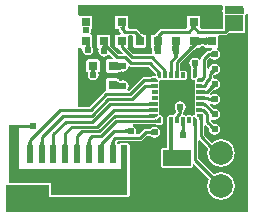
<source format=gtl>
G04 Layer_Physical_Order=1*
G04 Layer_Color=255*
%FSLAX25Y25*%
%MOIN*%
G70*
G01*
G75*
%ADD10R,0.04724X0.07087*%
%ADD11R,0.02362X0.06102*%
%ADD12R,0.02362X0.06102*%
%ADD13R,0.03150X0.03150*%
%ADD14R,0.01181X0.01181*%
%ADD15R,0.01968X0.01181*%
%ADD16R,0.01181X0.01968*%
%ADD17C,0.07874*%
%ADD18R,0.06299X0.05512*%
%ADD19C,0.01000*%
%ADD20C,0.02000*%
%ADD21R,0.06294X0.03019*%
%ADD22R,0.36011X0.03947*%
%ADD23R,0.07500X0.07050*%
%ADD24R,0.01180X0.09550*%
%ADD25R,0.09170X0.05430*%
%ADD26R,0.05000X0.02500*%
%ADD27R,0.22025X0.04710*%
%ADD28R,0.03510X0.14840*%
%ADD29R,0.02360X0.10732*%
%ADD30R,0.25730X0.08687*%
%ADD31C,0.02400*%
G36*
X58509Y32479D02*
X57491D01*
X57493Y32484D01*
X57494Y32500D01*
X57497Y32562D01*
X57500Y33000D01*
X58500D01*
X58509Y32479D01*
D02*
G37*
G36*
X51504Y33094D02*
X50913Y32504D01*
X49535D01*
Y32533D01*
X49508Y32545D01*
X49458Y32557D01*
X49388Y32567D01*
X49188Y32582D01*
X48548Y32594D01*
Y33595D01*
X48738Y33595D01*
X49508Y33644D01*
X49535Y33656D01*
Y33685D01*
X51504D01*
Y33094D01*
D02*
G37*
G36*
X69661Y35051D02*
X69750Y34976D01*
X69840Y34911D01*
X69930Y34854D01*
X70021Y34806D01*
X70113Y34767D01*
X70206Y34737D01*
X70299Y34716D01*
X70393Y34703D01*
X70488Y34700D01*
X69300Y33512D01*
X69297Y33607D01*
X69284Y33701D01*
X69263Y33794D01*
X69233Y33887D01*
X69194Y33979D01*
X69146Y34070D01*
X69089Y34160D01*
X69024Y34250D01*
X68949Y34339D01*
X68866Y34427D01*
X69573Y35134D01*
X69661Y35051D01*
D02*
G37*
G36*
X52685Y30535D02*
X51504D01*
Y30601D01*
X51477Y30639D01*
X51427Y30677D01*
X51357Y30709D01*
X51267Y30737D01*
X51157Y30760D01*
X51027Y30777D01*
X50707Y30797D01*
X50517Y30800D01*
Y31800D01*
X50707Y31799D01*
X51427Y31753D01*
X51477Y31738D01*
X51504Y31723D01*
Y31913D01*
X52095Y32504D01*
X52685D01*
Y30535D01*
D02*
G37*
G36*
X64496Y31913D02*
Y30535D01*
X64467D01*
X64455Y30508D01*
X64443Y30458D01*
X64433Y30388D01*
X64418Y30188D01*
X64406Y29548D01*
X63406D01*
X63405Y29738D01*
X63356Y30508D01*
X63344Y30535D01*
X63315D01*
Y32504D01*
X63906D01*
X64496Y31913D01*
D02*
G37*
G36*
X60531Y30538D02*
X60518Y30508D01*
X60506Y30458D01*
X60496Y30388D01*
X60481Y30188D01*
X60469Y29548D01*
X59469D01*
X59468Y29738D01*
X59419Y30508D01*
X59406Y30538D01*
X59391Y30548D01*
X60546D01*
X60531Y30538D01*
D02*
G37*
G36*
X66465Y32504D02*
X66435D01*
X66424Y32477D01*
X66412Y32427D01*
X66402Y32357D01*
X66386Y32157D01*
X66374Y31517D01*
X65374D01*
X65373Y31707D01*
X65324Y32477D01*
X65312Y32504D01*
X65087D01*
X64496Y33094D01*
Y33685D01*
X66465D01*
Y32504D01*
D02*
G37*
G36*
X69643Y37660D02*
X69573Y37725D01*
X69498Y37782D01*
X69417Y37833D01*
X69330Y37878D01*
X69238Y37915D01*
X69140Y37946D01*
X69036Y37969D01*
X68926Y37986D01*
X68810Y37997D01*
X68689Y38000D01*
Y39000D01*
X68810Y39003D01*
X68926Y39014D01*
X69036Y39031D01*
X69140Y39054D01*
X69238Y39085D01*
X69330Y39122D01*
X69417Y39167D01*
X69498Y39218D01*
X69573Y39275D01*
X69643Y39340D01*
Y37660D01*
D02*
G37*
G36*
X66462Y39563D02*
X66492Y39550D01*
X66542Y39538D01*
X66612Y39528D01*
X66812Y39512D01*
X67452Y39500D01*
Y38500D01*
X67262Y38499D01*
X66492Y38450D01*
X66462Y38437D01*
X66452Y38422D01*
Y39578D01*
X66462Y39563D01*
D02*
G37*
G36*
Y41531D02*
X66492Y41518D01*
X66542Y41506D01*
X66612Y41496D01*
X66812Y41481D01*
X67452Y41469D01*
Y40468D01*
X67262Y40468D01*
X66492Y40419D01*
X66462Y40406D01*
X66452Y40391D01*
Y41546D01*
X66462Y41531D01*
D02*
G37*
G36*
X66445Y37545D02*
X66461Y37542D01*
X66487Y37540D01*
X66630Y37534D01*
X66969Y37532D01*
Y36531D01*
X66440Y36515D01*
Y37548D01*
X66445Y37545D01*
D02*
G37*
G36*
X59775Y35074D02*
X59718Y34998D01*
X59667Y34917D01*
X59622Y34830D01*
X59585Y34738D01*
X59554Y34640D01*
X59531Y34536D01*
X59514Y34426D01*
X59503Y34310D01*
X59500Y34189D01*
X58500D01*
X58497Y34310D01*
X58486Y34426D01*
X58469Y34536D01*
X58446Y34640D01*
X58415Y34738D01*
X58378Y34830D01*
X58333Y34917D01*
X58282Y34998D01*
X58225Y35074D01*
X58160Y35143D01*
X59840D01*
X59775Y35074D01*
D02*
G37*
G36*
X49548Y34485D02*
X49538Y34500D01*
X49508Y34513D01*
X49458Y34525D01*
X49388Y34535D01*
X49188Y34551D01*
X48548Y34563D01*
Y35563D01*
X48738Y35564D01*
X49508Y35613D01*
X49538Y35626D01*
X49548Y35641D01*
Y34485D01*
D02*
G37*
G36*
Y36454D02*
X49538Y36458D01*
X49508Y36462D01*
X49458Y36465D01*
X48548Y36476D01*
Y37476D01*
X48738Y37477D01*
X49388Y37524D01*
X49458Y37541D01*
X49508Y37561D01*
X49538Y37584D01*
X49548Y37609D01*
Y36454D01*
D02*
G37*
G36*
X29139Y24102D02*
X29154Y23930D01*
X29179Y23778D01*
X29214Y23646D01*
X29259Y23535D01*
X29314Y23444D01*
X29379Y23373D01*
X29454Y23323D01*
X29539Y23292D01*
X29634Y23282D01*
X27634D01*
X27729Y23292D01*
X27814Y23323D01*
X27889Y23373D01*
X27954Y23444D01*
X28009Y23535D01*
X28054Y23646D01*
X28089Y23778D01*
X28114Y23930D01*
X28129Y24102D01*
X28134Y24294D01*
X29134D01*
X29139Y24102D01*
D02*
G37*
G36*
X37013D02*
X37028Y23930D01*
X37053Y23778D01*
X37088Y23646D01*
X37133Y23535D01*
X37188Y23444D01*
X37253Y23373D01*
X37328Y23323D01*
X37413Y23292D01*
X37508Y23282D01*
X35508D01*
X35603Y23292D01*
X35688Y23323D01*
X35763Y23373D01*
X35828Y23444D01*
X35883Y23535D01*
X35928Y23646D01*
X35963Y23778D01*
X35988Y23930D01*
X36003Y24102D01*
X36008Y24294D01*
X37008D01*
X37013Y24102D01*
D02*
G37*
G36*
X21264Y24102D02*
X21279Y23930D01*
X21304Y23778D01*
X21339Y23646D01*
X21384Y23535D01*
X21439Y23444D01*
X21504Y23373D01*
X21579Y23323D01*
X21664Y23292D01*
X21759Y23282D01*
X19759D01*
X19854Y23292D01*
X19939Y23323D01*
X20014Y23373D01*
X20079Y23444D01*
X20134Y23535D01*
X20179Y23646D01*
X20214Y23778D01*
X20239Y23930D01*
X20254Y24102D01*
X20259Y24294D01*
X21259D01*
X21264Y24102D01*
D02*
G37*
G36*
X25202Y24102D02*
X25217Y23930D01*
X25242Y23778D01*
X25277Y23646D01*
X25322Y23535D01*
X25377Y23444D01*
X25442Y23373D01*
X25517Y23323D01*
X25602Y23292D01*
X25697Y23282D01*
X23697D01*
X23792Y23292D01*
X23877Y23323D01*
X23952Y23373D01*
X24017Y23444D01*
X24072Y23535D01*
X24117Y23646D01*
X24152Y23778D01*
X24177Y23930D01*
X24192Y24102D01*
X24197Y24294D01*
X25197D01*
X25202Y24102D01*
D02*
G37*
G36*
X69684Y13311D02*
X69814Y13203D01*
X69939Y13113D01*
X70059Y13043D01*
X70174Y12991D01*
X70284Y12958D01*
X70390Y12944D01*
X70491Y12949D01*
X70588Y12973D01*
X70679Y13016D01*
X69265Y11602D01*
X69308Y11693D01*
X69332Y11789D01*
X69337Y11891D01*
X69323Y11997D01*
X69290Y12107D01*
X69238Y12222D01*
X69168Y12342D01*
X69078Y12467D01*
X68970Y12597D01*
X68843Y12731D01*
X69550Y13438D01*
X69684Y13311D01*
D02*
G37*
G36*
X69056Y23665D02*
X69183Y23559D01*
X69304Y23474D01*
X69419Y23409D01*
X69527Y23365D01*
X69629Y23341D01*
X69725Y23338D01*
X69814Y23356D01*
X69898Y23393D01*
X69974Y23452D01*
X68909Y21759D01*
X68931Y21857D01*
X68936Y21959D01*
X68925Y22066D01*
X68897Y22176D01*
X68852Y22290D01*
X68790Y22409D01*
X68712Y22531D01*
X68617Y22657D01*
X68506Y22788D01*
X68378Y22922D01*
X68922Y23792D01*
X69056Y23665D01*
D02*
G37*
G36*
X17328Y24102D02*
X17343Y23930D01*
X17368Y23778D01*
X17403Y23646D01*
X17448Y23535D01*
X17503Y23444D01*
X17568Y23373D01*
X17643Y23323D01*
X17728Y23292D01*
X17823Y23282D01*
X15823D01*
X15918Y23292D01*
X16003Y23323D01*
X16078Y23373D01*
X16143Y23444D01*
X16198Y23535D01*
X16243Y23646D01*
X16278Y23778D01*
X16303Y23930D01*
X16318Y24102D01*
X16323Y24294D01*
X17323D01*
X17328Y24102D01*
D02*
G37*
G36*
X60472Y28203D02*
X60482Y28088D01*
X60500Y27979D01*
X60524Y27875D01*
X60556Y27777D01*
X60594Y27686D01*
X60639Y27600D01*
X60692Y27520D01*
X60751Y27447D01*
X60817Y27379D01*
X59138Y27335D01*
X59201Y27406D01*
X59257Y27482D01*
X59306Y27565D01*
X59350Y27652D01*
X59386Y27746D01*
X59416Y27845D01*
X59439Y27949D01*
X59455Y28059D01*
X59465Y28175D01*
X59469Y28296D01*
X60469Y28325D01*
X60472Y28203D01*
D02*
G37*
G36*
X69661Y30051D02*
X69750Y29976D01*
X69840Y29911D01*
X69930Y29854D01*
X70021Y29806D01*
X70113Y29767D01*
X70206Y29737D01*
X70299Y29716D01*
X70393Y29703D01*
X70488Y29700D01*
X69300Y28512D01*
X69297Y28607D01*
X69284Y28701D01*
X69263Y28794D01*
X69233Y28887D01*
X69194Y28979D01*
X69146Y29070D01*
X69089Y29160D01*
X69024Y29250D01*
X68949Y29339D01*
X68866Y29427D01*
X69573Y30134D01*
X69661Y30051D01*
D02*
G37*
G36*
X9143Y28660D02*
X9074Y28725D01*
X8998Y28782D01*
X8917Y28833D01*
X8830Y28878D01*
X8738Y28915D01*
X8640Y28946D01*
X8536Y28969D01*
X8426Y28986D01*
X8310Y28997D01*
X8189Y29000D01*
Y30000D01*
X8310Y30003D01*
X8426Y30014D01*
X8536Y30031D01*
X8640Y30054D01*
X8738Y30085D01*
X8830Y30122D01*
X8917Y30167D01*
X8998Y30218D01*
X9074Y30275D01*
X9143Y30340D01*
Y28660D01*
D02*
G37*
G36*
X41643Y27160D02*
X41574Y27225D01*
X41498Y27282D01*
X41417Y27333D01*
X41330Y27378D01*
X41238Y27415D01*
X41140Y27446D01*
X41036Y27469D01*
X40926Y27486D01*
X40810Y27497D01*
X40689Y27500D01*
Y28500D01*
X40810Y28503D01*
X40926Y28514D01*
X41036Y28531D01*
X41140Y28554D01*
X41238Y28585D01*
X41330Y28622D01*
X41417Y28667D01*
X41498Y28718D01*
X41574Y28775D01*
X41643Y28840D01*
Y27160D01*
D02*
G37*
G36*
X9453Y24104D02*
X9468Y23932D01*
X9493Y23780D01*
X9528Y23649D01*
X9573Y23537D01*
X9628Y23446D01*
X9693Y23375D01*
X9768Y23325D01*
X9853Y23294D01*
X9948Y23284D01*
X7948D01*
X8043Y23294D01*
X8128Y23325D01*
X8203Y23375D01*
X8268Y23446D01*
X8323Y23537D01*
X8368Y23649D01*
X8403Y23780D01*
X8428Y23932D01*
X8443Y24104D01*
X8448Y24296D01*
X9448D01*
X9453Y24104D01*
D02*
G37*
G36*
X13390Y24104D02*
X13405Y23932D01*
X13430Y23780D01*
X13465Y23649D01*
X13510Y23537D01*
X13565Y23446D01*
X13630Y23375D01*
X13705Y23325D01*
X13790Y23294D01*
X13885Y23284D01*
X11885D01*
X11980Y23294D01*
X12065Y23325D01*
X12140Y23375D01*
X12205Y23446D01*
X12260Y23537D01*
X12305Y23649D01*
X12340Y23780D01*
X12365Y23932D01*
X12380Y24104D01*
X12385Y24296D01*
X13385D01*
X13390Y24104D01*
D02*
G37*
G36*
X49643Y26660D02*
X49573Y26725D01*
X49498Y26782D01*
X49417Y26833D01*
X49330Y26878D01*
X49238Y26915D01*
X49140Y26946D01*
X49036Y26969D01*
X48926Y26986D01*
X48810Y26997D01*
X48689Y27000D01*
Y28000D01*
X48810Y28003D01*
X48926Y28014D01*
X49036Y28031D01*
X49140Y28054D01*
X49238Y28085D01*
X49330Y28122D01*
X49417Y28167D01*
X49498Y28218D01*
X49573Y28275D01*
X49643Y28340D01*
Y26660D01*
D02*
G37*
G36*
X58955Y56271D02*
X58860Y56217D01*
X58775Y56128D01*
X58702Y56002D01*
X58640Y55841D01*
X58590Y55645D01*
X58551Y55412D01*
X58522Y55144D01*
X58500Y54500D01*
X56500D01*
X56494Y54840D01*
X56449Y55412D01*
X56410Y55645D01*
X56360Y55841D01*
X56298Y56002D01*
X56225Y56128D01*
X56140Y56217D01*
X56045Y56271D01*
X55938Y56289D01*
X59062D01*
X58955Y56271D01*
D02*
G37*
G36*
X28754Y56672D02*
X28765Y56556D01*
X28782Y56446D01*
X28805Y56342D01*
X28822Y56289D01*
X29062D01*
X29003Y56279D01*
X28950Y56249D01*
X28903Y56199D01*
X28875Y56149D01*
X28918Y56065D01*
X28969Y55984D01*
X29026Y55909D01*
X29091Y55839D01*
X28786D01*
X28779Y55799D01*
X28763Y55649D01*
X28751Y55289D01*
X27751D01*
X27746Y55479D01*
X27731Y55649D01*
X27706Y55799D01*
X27695Y55839D01*
X27411D01*
X27476Y55909D01*
X27533Y55984D01*
X27584Y56065D01*
X27596Y56088D01*
X27571Y56129D01*
X27506Y56199D01*
X27431Y56249D01*
X27346Y56279D01*
X27251Y56289D01*
X27680D01*
X27697Y56342D01*
X27720Y56446D01*
X27737Y56556D01*
X27748Y56672D01*
X27751Y56793D01*
X28751D01*
X28754Y56672D01*
D02*
G37*
G36*
X34034Y56289D02*
X35062D01*
X35042Y56282D01*
X35039Y56260D01*
X35052Y56225D01*
X35083Y56175D01*
X35131Y56112D01*
X35278Y55942D01*
X35626Y55581D01*
X34211D01*
X34200Y55593D01*
X34251Y55512D01*
X34308Y55436D01*
X34373Y55367D01*
X34035D01*
X34033Y55289D01*
X33033D01*
X33031Y55367D01*
X32693D01*
X32758Y55436D01*
X32815Y55512D01*
X32866Y55593D01*
X32911Y55680D01*
X32948Y55772D01*
X32973Y55853D01*
X32953Y55929D01*
X32908Y56039D01*
X32853Y56129D01*
X32788Y56199D01*
X32713Y56249D01*
X32628Y56279D01*
X32533Y56289D01*
X33032D01*
X33033Y56321D01*
X34033D01*
X34034Y56289D01*
D02*
G37*
G36*
X52955Y56271D02*
X52860Y56217D01*
X52775Y56128D01*
X52702Y56002D01*
X52640Y55841D01*
X52590Y55645D01*
X52551Y55412D01*
X52522Y55144D01*
X52500Y54500D01*
X50500D01*
X50494Y54840D01*
X50449Y55412D01*
X50410Y55645D01*
X50360Y55841D01*
X50298Y56002D01*
X50225Y56128D01*
X50140Y56217D01*
X50045Y56271D01*
X49938Y56289D01*
X53062D01*
X52955Y56271D01*
D02*
G37*
G36*
X64681Y49678D02*
X64623Y49603D01*
X64572Y49522D01*
X64528Y49435D01*
X64490Y49342D01*
X64460Y49244D01*
X64436Y49140D01*
X64419Y49030D01*
X64409Y48915D01*
X64406Y48794D01*
X63406D01*
X63402Y48915D01*
X63392Y49030D01*
X63375Y49140D01*
X63351Y49244D01*
X63320Y49342D01*
X63283Y49435D01*
X63239Y49522D01*
X63188Y49603D01*
X63130Y49678D01*
X63065Y49747D01*
X64745D01*
X64681Y49678D01*
D02*
G37*
G36*
X69643Y52660D02*
X69573Y52725D01*
X69498Y52782D01*
X69417Y52833D01*
X69330Y52878D01*
X69238Y52915D01*
X69140Y52946D01*
X69036Y52969D01*
X68926Y52986D01*
X68810Y52997D01*
X68689Y53000D01*
Y54000D01*
X68810Y54003D01*
X68926Y54014D01*
X69036Y54031D01*
X69140Y54054D01*
X69238Y54085D01*
X69330Y54122D01*
X69417Y54167D01*
X69498Y54218D01*
X69573Y54275D01*
X69643Y54340D01*
Y52660D01*
D02*
G37*
G36*
X58243Y53816D02*
X58192Y53726D01*
X58147Y53630D01*
X58108Y53526D01*
X58093Y53477D01*
X58127D01*
X58103Y53456D01*
X58081Y53423D01*
X58072Y53401D01*
X58048Y53299D01*
X58027Y53175D01*
X58012Y53044D01*
X58000Y52763D01*
X57000D01*
X56997Y52907D01*
X56973Y53175D01*
X56952Y53299D01*
X56928Y53401D01*
X56919Y53423D01*
X56897Y53456D01*
X56873Y53477D01*
X56907D01*
X56892Y53526D01*
X56853Y53630D01*
X56808Y53726D01*
X56757Y53816D01*
X56700Y53900D01*
X58300D01*
X58243Y53816D01*
D02*
G37*
G36*
X81664Y67047D02*
Y1013D01*
X1013D01*
Y9823D01*
X1481Y10001D01*
X1940Y9811D01*
X15251D01*
Y6513D01*
X15441Y6054D01*
X15900Y5864D01*
X41630D01*
X42089Y6054D01*
X42279Y6513D01*
Y15200D01*
Y17250D01*
X42276Y17258D01*
Y23307D01*
X42086Y23766D01*
X41627Y23956D01*
X39264D01*
X38805Y23766D01*
X38748Y23627D01*
X38206D01*
X38149Y23766D01*
X38018Y23821D01*
X37955Y24132D01*
X38343Y24578D01*
X45700D01*
X45700Y24578D01*
X46129Y24664D01*
X46493Y24907D01*
X47965Y26378D01*
X48609D01*
X48671Y26351D01*
X48773Y26348D01*
X48847Y26341D01*
X48913Y26331D01*
X48970Y26318D01*
X49019Y26303D01*
X49061Y26286D01*
X49096Y26268D01*
X49127Y26249D01*
X49154Y26228D01*
X49201Y26184D01*
X49265Y26160D01*
X49798Y25804D01*
X50500Y25665D01*
X51202Y25804D01*
X51798Y26202D01*
X52196Y26798D01*
X52335Y27500D01*
X52196Y28202D01*
X51798Y28798D01*
X51202Y29196D01*
X50500Y29335D01*
X49798Y29196D01*
X49265Y28839D01*
X49201Y28816D01*
X49154Y28772D01*
X49127Y28751D01*
X49096Y28732D01*
X49061Y28714D01*
X49019Y28697D01*
X48970Y28682D01*
X48913Y28669D01*
X48847Y28659D01*
X48773Y28652D01*
X48671Y28649D01*
X48609Y28622D01*
X47500D01*
X47071Y28536D01*
X46707Y28293D01*
X46707Y28293D01*
X45235Y26822D01*
X44453D01*
X44195Y27233D01*
X44200Y27322D01*
X44335Y28000D01*
X44196Y28702D01*
X43798Y29298D01*
X43228Y29678D01*
X43222Y29715D01*
X43427Y30178D01*
X50444D01*
X50508Y30151D01*
X50682Y30148D01*
X50963Y30131D01*
X51026Y30122D01*
X51045Y30076D01*
X51140Y30037D01*
X51161Y30005D01*
X51263Y29986D01*
X51504Y29886D01*
X52685D01*
X53144Y30076D01*
X53334Y30535D01*
Y32504D01*
X53144Y32963D01*
X52685Y33153D01*
X52153D01*
Y33685D01*
X51990Y34079D01*
X52153Y34472D01*
Y35653D01*
X51990Y36047D01*
X52153Y36441D01*
Y37622D01*
X51990Y38016D01*
X52153Y38409D01*
Y39591D01*
X51990Y39984D01*
X52153Y40378D01*
Y41559D01*
X51990Y41953D01*
X52153Y42347D01*
Y43528D01*
X51990Y43923D01*
X52153Y44319D01*
X52153Y44493D01*
X52506Y44847D01*
X52685D01*
X53079Y45010D01*
X53472Y44847D01*
X54654D01*
X55047Y45010D01*
X55441Y44847D01*
X56622D01*
X57016Y45010D01*
X57410Y44847D01*
X58591D01*
X58984Y45010D01*
X59378Y44847D01*
X60559D01*
X61018Y45037D01*
X61208Y45496D01*
Y47465D01*
X61018Y47924D01*
X60559Y48114D01*
X59378D01*
X59149Y48454D01*
X59122Y48521D01*
Y50535D01*
X63672Y55086D01*
X63736Y55111D01*
X63864Y55233D01*
X63977Y55328D01*
X64085Y55409D01*
X64188Y55476D01*
X64286Y55530D01*
X64378Y55572D01*
X64465Y55602D01*
X64547Y55623D01*
X64570Y55626D01*
X65075D01*
X65330Y55732D01*
X65429Y55753D01*
X65447Y55780D01*
X65534Y55816D01*
X65628Y56044D01*
X65639Y56050D01*
X65741Y56085D01*
X65903Y56122D01*
X66113Y56154D01*
X66521Y56182D01*
X66618Y56179D01*
X66879Y56155D01*
X67097Y56122D01*
X67259Y56085D01*
X67361Y56050D01*
X67372Y56044D01*
X67466Y55816D01*
X67554Y55780D01*
X67571Y55753D01*
X67670Y55732D01*
X67925Y55626D01*
X69595D01*
X69694Y55126D01*
X69265Y54839D01*
X69201Y54816D01*
X69154Y54772D01*
X69127Y54751D01*
X69096Y54732D01*
X69061Y54714D01*
X69019Y54697D01*
X68970Y54682D01*
X68913Y54669D01*
X68848Y54659D01*
X68773Y54652D01*
X68671Y54649D01*
X68609Y54622D01*
X68500D01*
X68500Y54622D01*
X68071Y54536D01*
X67707Y54293D01*
X66207Y52793D01*
X65964Y52429D01*
X65878Y52000D01*
X65878Y52000D01*
Y51792D01*
X65378Y51640D01*
X65203Y51902D01*
X64608Y52300D01*
X63906Y52440D01*
X63203Y52300D01*
X62608Y51902D01*
X62210Y51307D01*
X62070Y50604D01*
X62210Y49902D01*
X62566Y49369D01*
X62590Y49305D01*
X62634Y49258D01*
X62654Y49231D01*
X62674Y49201D01*
X62692Y49165D01*
X62708Y49124D01*
X62724Y49075D01*
X62737Y49018D01*
X62747Y48952D01*
X62753Y48877D01*
X62756Y48775D01*
X62784Y48714D01*
Y48567D01*
X62756Y48504D01*
X62744Y47882D01*
X62732Y47722D01*
X62729Y47701D01*
X62723Y47678D01*
X62725Y47667D01*
X62690Y47613D01*
X62697Y47580D01*
X62665Y47504D01*
Y45496D01*
X62856Y45037D01*
X63315Y44847D01*
X63847D01*
Y44315D01*
X64010Y43921D01*
X63847Y43528D01*
Y42347D01*
X64010Y41953D01*
X63847Y41559D01*
Y40378D01*
X64010Y39984D01*
X63847Y39591D01*
Y38409D01*
X64010Y38016D01*
X63847Y37622D01*
Y36441D01*
X64010Y36047D01*
X63847Y35653D01*
Y34472D01*
X64010Y34079D01*
X63847Y33685D01*
Y33153D01*
X63315D01*
X62921Y32990D01*
X62528Y33153D01*
X61347D01*
X60953Y32990D01*
X60559Y33153D01*
X60359D01*
X60205Y33353D01*
X60053Y33653D01*
X60122Y34000D01*
Y34109D01*
X60149Y34171D01*
X60152Y34273D01*
X60159Y34348D01*
X60169Y34413D01*
X60182Y34470D01*
X60197Y34519D01*
X60214Y34561D01*
X60232Y34596D01*
X60251Y34627D01*
X60272Y34654D01*
X60316Y34701D01*
X60339Y34765D01*
X60696Y35298D01*
X60835Y36000D01*
X60696Y36702D01*
X60298Y37298D01*
X59702Y37696D01*
X59000Y37835D01*
X58298Y37696D01*
X57702Y37298D01*
X57304Y36702D01*
X57165Y36000D01*
X57304Y35298D01*
X57661Y34765D01*
X57684Y34701D01*
X57728Y34654D01*
X57749Y34627D01*
X57768Y34596D01*
X57786Y34561D01*
X57803Y34519D01*
X57818Y34470D01*
X57830Y34416D01*
X57207Y33793D01*
X56964Y33429D01*
X56622Y33153D01*
X55441D01*
X54982Y32963D01*
X54791Y32504D01*
Y30702D01*
X54791Y30700D01*
Y22379D01*
X53400D01*
X52941Y22189D01*
X52751Y21730D01*
Y16300D01*
X52941Y15841D01*
X53400Y15651D01*
X62570D01*
X63029Y15841D01*
X63219Y16300D01*
Y16822D01*
X63681Y17014D01*
X68347Y12348D01*
X68371Y12284D01*
X68485Y12165D01*
X68565Y12069D01*
X68623Y11988D01*
X68660Y11924D01*
X68679Y11882D01*
X68677Y11876D01*
X68675Y11839D01*
X68245Y10800D01*
X68089Y9616D01*
X68245Y8432D01*
X68702Y7328D01*
X69429Y6380D01*
X70377Y5653D01*
X71481Y5196D01*
X72665Y5040D01*
X73849Y5196D01*
X74953Y5653D01*
X75901Y6380D01*
X76628Y7328D01*
X77085Y8432D01*
X77241Y9616D01*
X77085Y10800D01*
X76628Y11904D01*
X75901Y12852D01*
X74953Y13579D01*
X73849Y14036D01*
X72665Y14192D01*
X71481Y14036D01*
X70442Y13606D01*
X70405Y13604D01*
X70399Y13602D01*
X70357Y13621D01*
X70293Y13658D01*
X70212Y13716D01*
X70116Y13796D01*
X69997Y13909D01*
X69933Y13934D01*
X65027Y18840D01*
Y24687D01*
X65527Y24894D01*
X67883Y22538D01*
X67907Y22474D01*
X68024Y22352D01*
X68110Y22251D01*
X68178Y22161D01*
X68227Y22083D01*
X68260Y22021D01*
X68278Y21976D01*
X68284Y21950D01*
X68285Y21943D01*
X68275Y21901D01*
X68283Y21856D01*
X68245Y21762D01*
X68089Y20578D01*
X68245Y19394D01*
X68702Y18290D01*
X69429Y17342D01*
X70377Y16615D01*
X71481Y16158D01*
X72665Y16002D01*
X73849Y16158D01*
X74953Y16615D01*
X75901Y17342D01*
X76628Y18290D01*
X76951Y19069D01*
X77036Y19197D01*
X77066Y19348D01*
X77085Y19394D01*
X77105Y19541D01*
X77122Y19626D01*
X77118Y19643D01*
X77241Y20578D01*
X77085Y21762D01*
X76628Y22866D01*
X75901Y23814D01*
X74953Y24541D01*
X73849Y24998D01*
X72665Y25154D01*
X71481Y24998D01*
X70377Y24541D01*
X69681Y24007D01*
X69652Y24023D01*
X69579Y24075D01*
X69487Y24151D01*
X69369Y24264D01*
X69306Y24288D01*
X69267Y24342D01*
X69248Y24346D01*
X66996Y26598D01*
Y29711D01*
X67496Y29918D01*
X68370Y29044D01*
X68394Y28981D01*
X68464Y28907D01*
X68512Y28849D01*
X68552Y28795D01*
X68583Y28746D01*
X68607Y28701D01*
X68624Y28659D01*
X68636Y28622D01*
X68644Y28586D01*
X68649Y28552D01*
X68651Y28488D01*
X68679Y28426D01*
X68804Y27798D01*
X69202Y27202D01*
X69798Y26804D01*
X70500Y26665D01*
X71202Y26804D01*
X71798Y27202D01*
X72196Y27798D01*
X72335Y28500D01*
X72196Y29202D01*
X71798Y29798D01*
X71202Y30196D01*
X70574Y30321D01*
X70512Y30349D01*
X70447Y30351D01*
X70414Y30356D01*
X70379Y30364D01*
X70341Y30376D01*
X70300Y30393D01*
X70254Y30417D01*
X70205Y30448D01*
X70151Y30488D01*
X70093Y30536D01*
X70019Y30606D01*
X69956Y30630D01*
X69367Y31219D01*
X69400Y31469D01*
X69513Y31564D01*
X69940Y31776D01*
X70500Y31665D01*
X71202Y31804D01*
X71798Y32202D01*
X72196Y32798D01*
X72335Y33500D01*
X72196Y34202D01*
X71798Y34798D01*
X71202Y35196D01*
X70574Y35321D01*
X70512Y35349D01*
X70447Y35351D01*
X70414Y35356D01*
X70379Y35364D01*
X70341Y35376D01*
X70300Y35394D01*
X70254Y35417D01*
X70205Y35448D01*
X70151Y35488D01*
X70093Y35536D01*
X70019Y35606D01*
X69956Y35630D01*
X69032Y36554D01*
X69114Y37024D01*
X69344Y37108D01*
X69798Y36804D01*
X70500Y36665D01*
X71202Y36804D01*
X71798Y37202D01*
X72196Y37798D01*
X72335Y38500D01*
X72196Y39202D01*
X71798Y39798D01*
X71202Y40196D01*
X70500Y40335D01*
X69798Y40196D01*
X69364Y39906D01*
X69251Y39916D01*
X69125Y40060D01*
X69098Y40132D01*
X69068Y40482D01*
X69956Y41370D01*
X70019Y41394D01*
X70093Y41464D01*
X70151Y41512D01*
X70205Y41552D01*
X70254Y41583D01*
X70300Y41607D01*
X70341Y41624D01*
X70379Y41636D01*
X70414Y41644D01*
X70447Y41649D01*
X70512Y41651D01*
X70574Y41679D01*
X71202Y41804D01*
X71798Y42202D01*
X72196Y42798D01*
X72335Y43500D01*
X72196Y44202D01*
X71798Y44798D01*
X71202Y45196D01*
X70500Y45335D01*
X70122Y45769D01*
Y46488D01*
X70151Y46512D01*
X70205Y46552D01*
X70254Y46583D01*
X70300Y46606D01*
X70341Y46624D01*
X70379Y46636D01*
X70414Y46644D01*
X70447Y46649D01*
X70512Y46651D01*
X70574Y46679D01*
X71202Y46804D01*
X71798Y47202D01*
X72196Y47798D01*
X72335Y48500D01*
X72196Y49202D01*
X71798Y49798D01*
X71202Y50196D01*
X70500Y50335D01*
X69798Y50196D01*
X69202Y49798D01*
X68804Y49202D01*
X68713Y48743D01*
X68573Y48672D01*
X68122Y48894D01*
Y51535D01*
X68916Y52330D01*
X68970Y52318D01*
X69019Y52303D01*
X69061Y52286D01*
X69096Y52268D01*
X69127Y52249D01*
X69154Y52228D01*
X69201Y52184D01*
X69265Y52161D01*
X69798Y51804D01*
X70500Y51665D01*
X71202Y51804D01*
X71798Y52202D01*
X72196Y52798D01*
X72335Y53500D01*
X72196Y54202D01*
X71798Y54798D01*
X71249Y55164D01*
X71219Y55391D01*
X71245Y55697D01*
X71534Y55816D01*
X71724Y56276D01*
Y59425D01*
X71974Y59799D01*
X74014D01*
X74015Y59798D01*
X74444Y59884D01*
X74808Y60127D01*
X75181Y60500D01*
X80150D01*
X80609Y60690D01*
X80799Y61150D01*
Y66633D01*
X80808Y66656D01*
Y66776D01*
X81164Y67308D01*
X81201Y67313D01*
X81664Y67047D01*
D02*
G37*
G36*
X40705Y62578D02*
X40631Y62550D01*
X40565Y62503D01*
X40508Y62438D01*
X40460Y62353D01*
X40420Y62250D01*
X40390Y62128D01*
X40368Y61987D01*
X40355Y61828D01*
X40350Y61650D01*
X39350D01*
X39346Y61828D01*
X39333Y61987D01*
X39311Y62128D01*
X39280Y62250D01*
X39241Y62353D01*
X39193Y62438D01*
X39136Y62503D01*
X39070Y62550D01*
X38996Y62578D01*
X38912Y62588D01*
X40789D01*
X40705Y62578D01*
D02*
G37*
G36*
X73216Y69675D02*
Y68674D01*
X73077Y67976D01*
X73216Y67278D01*
Y66697D01*
X73201Y66661D01*
Y62041D01*
X66045D01*
X65711Y62542D01*
X65724Y62575D01*
Y65724D01*
X65534Y66184D01*
X65075Y66374D01*
X61925D01*
X61466Y66184D01*
X61276Y65724D01*
Y62575D01*
X61291Y62537D01*
X61014Y62122D01*
X53000D01*
X53000Y62122D01*
X52571Y62036D01*
X52207Y61793D01*
X50707Y60293D01*
X50561Y60075D01*
X49925D01*
X49466Y59884D01*
X49276Y59425D01*
Y56276D01*
X49388Y56005D01*
X49409Y55912D01*
X49433Y55897D01*
X49466Y55816D01*
X49713Y55714D01*
X49740Y55644D01*
X49774Y55510D01*
X49804Y55332D01*
X49813Y55216D01*
X49804Y55202D01*
X49665Y54500D01*
X49748Y54082D01*
X49653Y53905D01*
X49367Y53622D01*
X43465D01*
X41490Y55596D01*
X41534Y55816D01*
X41724Y56276D01*
Y59425D01*
X41709Y59463D01*
X41987Y59878D01*
X42922D01*
X43276Y59425D01*
Y56276D01*
X43466Y55816D01*
X43925Y55626D01*
X47075D01*
X47534Y55816D01*
X47724Y56276D01*
Y59425D01*
X47534Y59884D01*
X47075Y60075D01*
X46719D01*
X46641Y60101D01*
X46529Y60152D01*
X46399Y60224D01*
X46254Y60320D01*
X46100Y60433D01*
X45733Y60749D01*
X45536Y60940D01*
X45471Y60965D01*
X44644Y61793D01*
X44280Y62036D01*
X43850Y62122D01*
X43850Y62122D01*
X41987D01*
X41709Y62537D01*
X41724Y62575D01*
Y65724D01*
X41534Y66184D01*
X41075Y66374D01*
X37925D01*
X37466Y66184D01*
X37276Y65724D01*
Y62575D01*
X37466Y62116D01*
X37925Y61925D01*
X38685D01*
X38688Y61911D01*
X38697Y61793D01*
X38701Y61634D01*
X38757Y61507D01*
X38814Y61220D01*
X39057Y60857D01*
X39339Y60575D01*
X39132Y60075D01*
X37925D01*
X37466Y59884D01*
X37276Y59425D01*
Y56276D01*
X37466Y55816D01*
X37925Y55626D01*
X38453D01*
X38464Y55571D01*
X38707Y55207D01*
X39830Y54084D01*
X39639Y53622D01*
X38465D01*
X36119Y55967D01*
X36093Y56032D01*
X35757Y56380D01*
X35724Y56419D01*
Y59425D01*
X35534Y59884D01*
X35075Y60075D01*
X31925D01*
X31466Y59884D01*
X31276Y59425D01*
Y56276D01*
X31466Y55816D01*
X31602Y55760D01*
X31837Y55212D01*
X31698Y54510D01*
X31837Y53808D01*
X32235Y53212D01*
X32831Y52814D01*
X33533Y52675D01*
X34235Y52814D01*
X34831Y53212D01*
X34961Y53407D01*
X35458Y53456D01*
X36578Y52336D01*
X36387Y51874D01*
X34925D01*
X34466Y51684D01*
X34276Y51224D01*
Y48075D01*
X34466Y47616D01*
X34925Y47425D01*
X38075D01*
X38294Y47516D01*
X38397Y47532D01*
X38426Y47571D01*
X38534Y47616D01*
X38584Y47736D01*
X38684Y47762D01*
X38838Y47789D01*
X39275Y47820D01*
X39298Y47804D01*
X40000Y47665D01*
X40702Y47804D01*
X41298Y48202D01*
X41696Y48798D01*
X41779Y49216D01*
X42307Y49463D01*
X42314Y49463D01*
X42737Y49378D01*
X42737Y49378D01*
X48535D01*
X50250Y47664D01*
X50252Y47650D01*
X50298Y47616D01*
X50312Y47602D01*
X50335Y47540D01*
X50704Y47145D01*
X50823Y46997D01*
X50854Y46953D01*
Y46148D01*
X49532Y46145D01*
X49458Y46114D01*
X49426Y46121D01*
X49392Y46099D01*
X48716Y46056D01*
X48546Y46055D01*
X48479Y46027D01*
X47143D01*
X47143Y46027D01*
X46714Y45942D01*
X46350Y45699D01*
X46350Y45698D01*
X42036Y41385D01*
X41614Y41410D01*
X41415Y41877D01*
X41696Y42298D01*
X41835Y43000D01*
X41696Y43702D01*
X41298Y44298D01*
X40702Y44696D01*
X40000Y44835D01*
X39298Y44696D01*
X39296Y44695D01*
X39142Y44719D01*
X38957Y44766D01*
X38827Y44816D01*
X38751Y44859D01*
X38724Y44883D01*
Y44925D01*
X38710Y44960D01*
X38707Y44984D01*
X38677Y45039D01*
X38534Y45384D01*
X38473Y45410D01*
X38467Y45420D01*
X38407Y45437D01*
X38075Y45575D01*
X34925D01*
X34466Y45384D01*
X34276Y44925D01*
Y41776D01*
X33984Y41212D01*
X33620Y40969D01*
X33620Y40969D01*
X28773Y36122D01*
X25103D01*
Y55526D01*
X25603Y55760D01*
X25925Y55626D01*
X26150D01*
X26467Y55240D01*
X26416Y54982D01*
X26555Y54280D01*
X26953Y53684D01*
X27549Y53286D01*
X28251Y53147D01*
X28953Y53286D01*
X29549Y53684D01*
X29947Y54280D01*
X30086Y54982D01*
X29947Y55684D01*
X29658Y56116D01*
X29724Y56276D01*
Y59425D01*
X29534Y59884D01*
X29262Y59997D01*
X29053Y60466D01*
X29046Y60575D01*
X29196Y60798D01*
X29335Y61500D01*
X29237Y61993D01*
X29534Y62116D01*
X29724Y62575D01*
Y65724D01*
X29534Y66184D01*
X29075Y66374D01*
X25925D01*
X25603Y66240D01*
X25103Y66474D01*
Y69853D01*
X73097D01*
X73216Y69675D01*
D02*
G37*
G36*
X45295Y60269D02*
X45694Y59926D01*
X45882Y59786D01*
X46063Y59668D01*
X46236Y59572D01*
X46401Y59497D01*
X46559Y59443D01*
X46710Y59411D01*
X46852Y59400D01*
X44024D01*
X44153Y59407D01*
X44254Y59429D01*
X44326Y59465D01*
X44369Y59515D01*
X44383Y59580D01*
X44369Y59659D01*
X44326Y59753D01*
X44254Y59860D01*
X44153Y59983D01*
X44024Y60119D01*
X45085Y60473D01*
X45295Y60269D01*
D02*
G37*
G36*
X64561Y56282D02*
X64420Y56260D01*
X64279Y56225D01*
X64137Y56176D01*
X63996Y56112D01*
X63854Y56034D01*
X63713Y55942D01*
X63571Y55836D01*
X63430Y55716D01*
X63289Y55581D01*
X61874D01*
X62002Y55716D01*
X62103Y55836D01*
X62177Y55942D01*
X62224Y56034D01*
X62244Y56112D01*
X62237Y56176D01*
X62203Y56225D01*
X62142Y56260D01*
X62053Y56282D01*
X61938Y56289D01*
X64703D01*
X64561Y56282D01*
D02*
G37*
G36*
X65082Y59306D02*
X65142Y59210D01*
X65242Y59126D01*
X65382Y59053D01*
X65562Y58991D01*
X65782Y58940D01*
X66042Y58901D01*
X66342Y58873D01*
X66492Y58868D01*
X66958Y58901D01*
X67218Y58940D01*
X67438Y58991D01*
X67618Y59053D01*
X67758Y59126D01*
X67858Y59210D01*
X67918Y59306D01*
X67938Y59412D01*
Y56289D01*
X67918Y56395D01*
X67858Y56491D01*
X67758Y56575D01*
X67618Y56648D01*
X67438Y56710D01*
X67218Y56761D01*
X66958Y56800D01*
X66658Y56828D01*
X66508Y56833D01*
X66042Y56800D01*
X65782Y56761D01*
X65562Y56710D01*
X65382Y56648D01*
X65242Y56575D01*
X65142Y56491D01*
X65082Y56395D01*
X65062Y56289D01*
Y59412D01*
X65082Y59306D01*
D02*
G37*
G36*
X52003Y59373D02*
X52027Y59133D01*
X52048Y59020D01*
X52075Y58913D01*
X52108Y58810D01*
X52147Y58713D01*
X52192Y58620D01*
X52243Y58533D01*
X52300Y58450D01*
X50700D01*
X50757Y58533D01*
X50808Y58620D01*
X50853Y58713D01*
X50892Y58810D01*
X50925Y58913D01*
X50952Y59020D01*
X50973Y59133D01*
X50988Y59250D01*
X50997Y59373D01*
X51000Y59500D01*
X52000D01*
X52003Y59373D01*
D02*
G37*
G36*
X51503Y44909D02*
X51504Y44318D01*
X49535Y44315D01*
X49535Y44344D01*
X49508Y44356D01*
X49458Y44368D01*
X49388Y44378D01*
X49188Y44393D01*
X48548Y44405D01*
Y45406D01*
X48738Y45406D01*
X49508Y45455D01*
X49533Y45466D01*
X49533Y45496D01*
X50911Y45498D01*
X51503Y44909D01*
D02*
G37*
G36*
X66465Y44315D02*
X64496D01*
Y44905D01*
X65087Y45496D01*
X66465D01*
Y44315D01*
D02*
G37*
G36*
X52660Y47465D02*
X52685D01*
Y45496D01*
X52095D01*
X51504Y46087D01*
Y47145D01*
X51458Y47223D01*
X51341Y47389D01*
X51194Y47571D01*
X50810Y47983D01*
X51695Y48512D01*
X52660Y47465D01*
D02*
G37*
G36*
X38081Y44739D02*
X38139Y44584D01*
X38236Y44447D01*
X38372Y44328D01*
X38546Y44228D01*
X38760Y44146D01*
X39011Y44082D01*
X39302Y44036D01*
X39632Y44009D01*
X40000Y44000D01*
Y42000D01*
X39632Y41998D01*
X38372Y41924D01*
X38236Y41896D01*
X38139Y41865D01*
X38081Y41829D01*
X38062Y41789D01*
Y44912D01*
X38081Y44739D01*
D02*
G37*
G36*
X70488Y42300D02*
X70393Y42297D01*
X70299Y42284D01*
X70206Y42263D01*
X70113Y42233D01*
X70021Y42194D01*
X69930Y42146D01*
X69840Y42089D01*
X69750Y42024D01*
X69661Y41949D01*
X69573Y41866D01*
X68866Y42573D01*
X68949Y42661D01*
X69024Y42750D01*
X69089Y42840D01*
X69146Y42930D01*
X69194Y43021D01*
X69233Y43113D01*
X69263Y43206D01*
X69284Y43299D01*
X69297Y43393D01*
X69300Y43488D01*
X70488Y42300D01*
D02*
G37*
G36*
X49548Y42359D02*
X49538Y42374D01*
X49508Y42387D01*
X49458Y42399D01*
X49388Y42409D01*
X49188Y42425D01*
X48548Y42437D01*
Y43437D01*
X48738Y43438D01*
X49508Y43487D01*
X49538Y43500D01*
X49548Y43515D01*
Y42359D01*
D02*
G37*
G36*
X64496Y46087D02*
X63906Y45496D01*
X63315D01*
Y47465D01*
X64496D01*
Y46087D01*
D02*
G37*
G36*
X58501Y48262D02*
X58550Y47492D01*
X58563Y47462D01*
X58578Y47452D01*
X57422D01*
X57437Y47462D01*
X57450Y47492D01*
X57462Y47542D01*
X57472Y47612D01*
X57488Y47812D01*
X57500Y48452D01*
X58500D01*
X58501Y48262D01*
D02*
G37*
G36*
X64406Y48301D02*
X64455Y47531D01*
X64468Y47501D01*
X64483Y47491D01*
X63328D01*
X63343Y47501D01*
X63356Y47531D01*
X63367Y47581D01*
X63378Y47651D01*
X63393Y47851D01*
X63406Y48491D01*
X64406D01*
X64406Y48301D01*
D02*
G37*
G36*
X38081Y51076D02*
X38139Y50955D01*
X38236Y50849D01*
X38372Y50756D01*
X38546Y50678D01*
X38760Y50614D01*
X39011Y50564D01*
X39302Y50529D01*
X39632Y50507D01*
X40000Y50500D01*
Y48500D01*
X39632Y48496D01*
X38760Y48434D01*
X38546Y48397D01*
X38372Y48352D01*
X38236Y48298D01*
X38139Y48236D01*
X38081Y48166D01*
X38062Y48088D01*
Y51211D01*
X38081Y51076D01*
D02*
G37*
G36*
X56532Y48262D02*
X56581Y47492D01*
X56594Y47462D01*
X56609Y47452D01*
X55454D01*
X55469Y47462D01*
X55482Y47492D01*
X55493Y47542D01*
X55504Y47612D01*
X55519Y47812D01*
X55532Y48452D01*
X56532D01*
X56532Y48262D01*
D02*
G37*
G36*
X70488Y47300D02*
X70393Y47297D01*
X70299Y47284D01*
X70206Y47263D01*
X70113Y47233D01*
X70021Y47194D01*
X69930Y47146D01*
X69840Y47089D01*
X69750Y47024D01*
X69661Y46949D01*
X69573Y46866D01*
X68866Y47573D01*
X68949Y47661D01*
X69024Y47750D01*
X69089Y47840D01*
X69146Y47930D01*
X69194Y48021D01*
X69233Y48113D01*
X69263Y48206D01*
X69284Y48299D01*
X69297Y48393D01*
X69300Y48488D01*
X70488Y47300D01*
D02*
G37*
%LPC*%
G36*
X31575Y51874D02*
X28425D01*
X27966Y51684D01*
X27776Y51224D01*
Y48075D01*
X27966Y47616D01*
X28312Y47472D01*
X28324Y47432D01*
X28185Y46730D01*
X28324Y46028D01*
X28722Y45432D01*
X29318Y45034D01*
X30020Y44895D01*
X30722Y45034D01*
X31318Y45432D01*
X31716Y46028D01*
X31855Y46730D01*
X31716Y47432D01*
X31733Y47491D01*
X32034Y47616D01*
X32224Y48075D01*
Y51224D01*
X32034Y51684D01*
X31575Y51874D01*
D02*
G37*
%LPD*%
G36*
X30503Y48428D02*
X30514Y48313D01*
X30531Y48204D01*
X30555Y48100D01*
X30559Y48088D01*
X31000D01*
X30905Y48078D01*
X30820Y48048D01*
X30745Y47998D01*
X30680Y47928D01*
X30645Y47870D01*
X30669Y47824D01*
X30721Y47744D01*
X30780Y47669D01*
X30846Y47601D01*
X30545Y47596D01*
X30520Y47448D01*
X30505Y47278D01*
X30500Y47088D01*
X29500D01*
X29495Y47278D01*
X29480Y47448D01*
X29458Y47578D01*
X29166Y47573D01*
X29229Y47643D01*
X29286Y47720D01*
X29336Y47801D01*
X29364Y47856D01*
X29320Y47928D01*
X29255Y47998D01*
X29180Y48048D01*
X29095Y48078D01*
X29000Y48088D01*
X29448D01*
X29470Y48185D01*
X29487Y48295D01*
X29497Y48410D01*
X29500Y48531D01*
X30500Y48550D01*
X30503Y48428D01*
D02*
G37*
G54D10*
X49500Y5000D02*
D03*
X3829D02*
D03*
G54D11*
X16823Y20256D02*
D03*
X24697Y20256D02*
D03*
X40445D02*
D03*
G54D12*
X20759Y20256D02*
D03*
X28634Y20256D02*
D03*
X32571D02*
D03*
X36508D02*
D03*
X44382D02*
D03*
X8948Y20258D02*
D03*
X12885Y20258D02*
D03*
G54D13*
X55000Y20150D02*
D03*
Y13850D02*
D03*
X36500Y49650D02*
D03*
Y43350D02*
D03*
X30000Y43350D02*
D03*
Y49650D02*
D03*
X57500Y57850D02*
D03*
Y64150D02*
D03*
X39500Y57850D02*
D03*
Y64150D02*
D03*
X33500Y64150D02*
D03*
Y57850D02*
D03*
X27500Y57850D02*
D03*
Y64150D02*
D03*
X63500Y57850D02*
D03*
Y64150D02*
D03*
X45500Y57850D02*
D03*
Y64150D02*
D03*
X51500Y57850D02*
D03*
Y64150D02*
D03*
X61000Y20150D02*
D03*
Y13850D02*
D03*
X69500Y57850D02*
D03*
Y64150D02*
D03*
G54D14*
X65874Y44905D02*
D03*
Y33094D02*
D03*
X63906Y31126D02*
D03*
X52095D02*
D03*
X50126Y33094D02*
D03*
Y44905D02*
D03*
X52095Y46874D02*
D03*
X63906Y46913D02*
D03*
G54D15*
X65480Y42937D02*
D03*
Y40968D02*
D03*
Y39000D02*
D03*
Y37031D02*
D03*
Y35063D02*
D03*
X50520D02*
D03*
Y37031D02*
D03*
Y39000D02*
D03*
Y40968D02*
D03*
Y42937D02*
D03*
G54D16*
X61937Y31520D02*
D03*
X59969D02*
D03*
X58000D02*
D03*
X56032D02*
D03*
X54063D02*
D03*
Y46480D02*
D03*
X56032D02*
D03*
X58000D02*
D03*
X59969D02*
D03*
X61937D02*
D03*
G54D17*
X72665Y9616D02*
D03*
Y20578D02*
D03*
G54D18*
X77000Y63906D02*
D03*
Y52095D02*
D03*
G54D19*
X71300Y10981D02*
X75025D01*
X72381Y19626D02*
X76000D01*
X65874Y26133D02*
X72381Y19626D01*
X39850Y61650D02*
Y64150D01*
X64500Y57500D02*
Y57850D01*
X58000Y51000D02*
X64500Y57500D01*
X16823Y20256D02*
Y26823D01*
X20759Y20256D02*
Y27259D01*
X24697Y20256D02*
Y26197D01*
X28634Y20256D02*
Y25134D01*
X36508Y20256D02*
Y25008D01*
X32571Y20256D02*
Y23571D01*
X8948Y20258D02*
Y24948D01*
X12885Y20258D02*
Y25885D01*
X11930Y14240D02*
X12050Y14360D01*
X65874Y26133D02*
Y33094D01*
X63906Y18375D02*
X71300Y10981D01*
X63906Y18375D02*
Y31126D01*
X65140Y60920D02*
X74015D01*
X63500Y62560D02*
X65140Y60920D01*
X63500Y62560D02*
Y64150D01*
X74015Y60920D02*
X77000Y63906D01*
X5000Y29500D02*
X10000D01*
X57500Y52763D02*
Y54500D01*
X36500Y43350D02*
X36850Y43000D01*
X34413Y40176D02*
X42413D01*
X29237Y35000D02*
X34413Y40176D01*
X35076Y38576D02*
X43076D01*
X29500Y33000D02*
X35076Y38576D01*
X35738Y36976D02*
X50464D01*
X29763Y31000D02*
X35738Y36976D01*
X37063Y35063D02*
X50520D01*
X31400Y29400D02*
X37063Y35063D01*
X37357Y33094D02*
X50126D01*
X32063Y27800D02*
X37357Y33094D01*
X37826Y31300D02*
X51920D01*
X32726Y26200D02*
X37826Y31300D01*
X56032Y51294D02*
X57500Y52763D01*
X56032Y46480D02*
Y51294D01*
X53000Y61000D02*
X62000D01*
X51500Y59500D02*
X53000Y61000D01*
X51500Y57850D02*
Y59500D01*
X63150Y62150D02*
Y63150D01*
X62000Y61000D02*
X63150Y62150D01*
X49000Y50500D02*
X52095Y47405D01*
X42737Y50500D02*
X49000D01*
X40737Y52500D02*
X42737Y50500D01*
X38000Y52500D02*
X40737D01*
X43076Y38576D02*
X47437Y42937D01*
X47143Y44905D02*
X50126D01*
X42413Y40176D02*
X47143Y44905D01*
X50464Y36976D02*
X50520Y37031D01*
X19000Y35000D02*
X29237D01*
X47437Y42937D02*
X50520D01*
X20000Y33000D02*
X29500D01*
X63500Y57850D02*
X64500D01*
X40500Y61000D02*
X43850D01*
X39850Y61650D02*
X40500Y61000D01*
X45500Y57850D02*
Y59350D01*
X43850Y61000D02*
X45500Y59350D01*
X39500Y56000D02*
Y57850D01*
Y56000D02*
X43000Y52500D01*
X49500D01*
X59969Y26531D02*
X60000Y26500D01*
X58000Y31520D02*
Y33000D01*
X59000Y34000D01*
Y36000D01*
X59969Y26531D02*
Y31520D01*
X47500Y27500D02*
X50500D01*
X45700Y25700D02*
X47500Y27500D01*
X37200Y25700D02*
X45700D01*
X36508Y25008D02*
X37200Y25700D01*
X51920Y31300D02*
X52095Y31126D01*
X29700Y26200D02*
X32726D01*
X26300Y27800D02*
X32063D01*
X22900Y29400D02*
X31400D01*
X21000Y31000D02*
X29763D01*
X37000Y28000D02*
X42500D01*
X28634Y25134D02*
X29700Y26200D01*
X24697Y26197D02*
X26300Y27800D01*
X20759Y27259D02*
X22900Y29400D01*
X16823Y26823D02*
X21000Y31000D01*
X12885Y25885D02*
X20000Y33000D01*
X32571Y23571D02*
X37000Y28000D01*
X49500Y52500D02*
X54063Y47937D01*
X52095Y46874D02*
Y47405D01*
X54063Y46480D02*
Y47937D01*
X58000Y46480D02*
Y51000D01*
X65480Y35063D02*
X66674D01*
X68000Y33737D01*
Y31000D02*
Y33737D01*
Y31000D02*
X70500Y28500D01*
X65480Y37031D02*
X66969D01*
X70500Y33500D01*
X65480Y39000D02*
X68000D01*
X68500Y38500D01*
X70500D01*
X65480Y40968D02*
X67968D01*
X70500Y43500D01*
X65480Y42937D02*
X66937D01*
X67565Y43565D01*
Y44333D01*
X69000Y45769D01*
Y47000D01*
X70500Y48500D01*
X68500Y53500D02*
X70500D01*
X67000Y52000D02*
X68500Y53500D01*
X67000Y46031D02*
Y52000D01*
X65874Y44905D02*
X67000Y46031D01*
X8948Y24948D02*
X19000Y35000D01*
X63906Y46913D02*
Y50604D01*
X30000Y46750D02*
Y49650D01*
Y46750D02*
X30020Y46730D01*
X32650Y57850D02*
X33500D01*
X30148Y40189D02*
Y43202D01*
X30000Y43350D02*
X30148Y43202D01*
X33533Y56967D02*
X38000Y52500D01*
X33500Y57850D02*
X33533Y57817D01*
Y54510D02*
Y56967D01*
Y57817D01*
X28251Y54982D02*
Y57099D01*
X27500Y57850D02*
X28251Y57099D01*
X30825Y61475D02*
X33500Y64150D01*
X30825Y53965D02*
Y61475D01*
Y53965D02*
X32701Y52089D01*
Y46051D02*
Y52089D01*
X30000Y43350D02*
X32701Y46051D01*
G54D20*
X57500Y54500D02*
Y57850D01*
X36500Y49650D02*
X36650Y49500D01*
X40000D01*
X36850Y43000D02*
X40000D01*
X51500Y54500D02*
Y57850D01*
X64500Y57850D02*
X69500D01*
G54D21*
X77012Y68165D02*
D03*
G54D22*
X29168Y3418D02*
D03*
G54D23*
X9650Y4975D02*
D03*
G54D24*
X56030Y25925D02*
D03*
G54D25*
X57985Y19015D02*
D03*
G54D26*
X58500Y20250D02*
D03*
G54D27*
X12953Y12815D02*
D03*
G54D28*
X3695Y22590D02*
D03*
G54D29*
X40450Y11884D02*
D03*
G54D30*
X28765Y10857D02*
D03*
G54D31*
X74595Y57273D02*
D03*
X74912Y67976D02*
D03*
X79489Y68041D02*
D03*
X77201Y67976D02*
D03*
X7900Y7200D02*
D03*
X11000D02*
D03*
X7900Y3800D02*
D03*
X11000D02*
D03*
X25000Y11000D02*
D03*
Y14000D02*
D03*
X28000Y11000D02*
D03*
Y14000D02*
D03*
X31000Y11000D02*
D03*
Y14000D02*
D03*
X71000Y3400D02*
D03*
X55000Y17500D02*
D03*
X58000D02*
D03*
X61000D02*
D03*
X10000Y29500D02*
D03*
X27500Y61500D02*
D03*
X57500Y54500D02*
D03*
X40000Y43000D02*
D03*
Y49500D02*
D03*
X51500Y54500D02*
D03*
X60000Y26500D02*
D03*
X59000Y36000D02*
D03*
X50500Y27500D02*
D03*
X42500Y28000D02*
D03*
X70500Y28500D02*
D03*
Y33500D02*
D03*
Y38500D02*
D03*
Y43500D02*
D03*
Y48500D02*
D03*
Y53500D02*
D03*
X60480Y10090D02*
D03*
X60500Y2500D02*
D03*
Y5000D02*
D03*
Y7500D02*
D03*
X63906Y50604D02*
D03*
X30020Y46730D02*
D03*
X30148Y40189D02*
D03*
X33533Y54510D02*
D03*
X28251Y54982D02*
D03*
M02*

</source>
